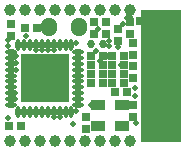
<source format=gts>
G04 Layer_Color=8388736*
%FSLAX25Y25*%
%MOIN*%
G70*
G01*
G75*
%ADD35R,0.13744X0.44409*%
%ADD36O,0.03800X0.01800*%
%ADD37O,0.01800X0.03800*%
%ADD38R,0.16154X0.16154*%
%ADD39O,0.02600X0.02800*%
%ADD40O,0.05300X0.06300*%
%ADD41R,0.02800X0.02600*%
%ADD42R,0.02600X0.02800*%
%ADD43R,0.04737X0.03556*%
%ADD44C,0.01587*%
G04:AMPARAMS|DCode=45|XSize=39.5mil|YSize=39.5mil|CornerRadius=19.75mil|HoleSize=0mil|Usage=FLASHONLY|Rotation=90.000|XOffset=0mil|YOffset=0mil|HoleType=Round|Shape=RoundedRectangle|*
%AMROUNDEDRECTD45*
21,1,0.03950,0.00000,0,0,90.0*
21,1,0.00000,0.03950,0,0,90.0*
1,1,0.03950,0.00000,0.00000*
1,1,0.03950,0.00000,0.00000*
1,1,0.03950,0.00000,0.00000*
1,1,0.03950,0.00000,0.00000*
%
%ADD45ROUNDEDRECTD45*%
%ADD46C,0.01981*%
%ADD47C,0.03800*%
D35*
X52872Y22091D02*
D03*
D36*
X2997Y30102D02*
D03*
Y28134D02*
D03*
Y26165D02*
D03*
Y24197D02*
D03*
Y22228D02*
D03*
Y20260D02*
D03*
Y18291D02*
D03*
Y16323D02*
D03*
Y14354D02*
D03*
Y12386D02*
D03*
X25397D02*
D03*
Y14354D02*
D03*
Y16323D02*
D03*
Y18291D02*
D03*
Y20260D02*
D03*
Y22228D02*
D03*
Y24197D02*
D03*
Y26165D02*
D03*
Y28134D02*
D03*
Y30102D02*
D03*
D37*
X5339Y10044D02*
D03*
X7307D02*
D03*
X9276D02*
D03*
X11244D02*
D03*
X13213D02*
D03*
X15181D02*
D03*
X17150D02*
D03*
X19118D02*
D03*
X21087D02*
D03*
X23055D02*
D03*
Y32444D02*
D03*
X21087D02*
D03*
X19118D02*
D03*
X17150D02*
D03*
X15181D02*
D03*
X13213D02*
D03*
X11244D02*
D03*
X9276D02*
D03*
X7307D02*
D03*
X5339D02*
D03*
D38*
X14197Y21244D02*
D03*
D39*
X33595Y32799D02*
D03*
X29594D02*
D03*
D40*
X25697Y38244D02*
D03*
X15697D02*
D03*
D41*
X43445Y29106D02*
D03*
Y33106D02*
D03*
X42697Y39957D02*
D03*
Y35957D02*
D03*
X43697Y25244D02*
D03*
Y21244D02*
D03*
X34689Y35957D02*
D03*
Y39957D02*
D03*
X2776Y35366D02*
D03*
Y39366D02*
D03*
X38681Y33595D02*
D03*
Y37595D02*
D03*
X30689Y39957D02*
D03*
Y35957D02*
D03*
X43697Y8244D02*
D03*
Y12244D02*
D03*
X27854Y4421D02*
D03*
Y8421D02*
D03*
D42*
X50012Y40240D02*
D03*
X46012D02*
D03*
X36697Y19744D02*
D03*
X40697D02*
D03*
Y25744D02*
D03*
X36697D02*
D03*
X7508Y38035D02*
D03*
X11508D02*
D03*
X33697Y25744D02*
D03*
X29697D02*
D03*
Y28744D02*
D03*
X33697D02*
D03*
X36697D02*
D03*
X40697D02*
D03*
X36697Y22744D02*
D03*
X40697D02*
D03*
X41705Y16736D02*
D03*
X37705D02*
D03*
X29697Y19744D02*
D03*
X33697D02*
D03*
X29697Y22744D02*
D03*
X33697D02*
D03*
X6197Y5244D02*
D03*
X2197D02*
D03*
D43*
X31768Y12323D02*
D03*
X39768D02*
D03*
Y5323D02*
D03*
X31768D02*
D03*
D44*
X49114Y39744D02*
D03*
Y40744D02*
D03*
D45*
X2697Y240D02*
D03*
X7697D02*
D03*
X12697D02*
D03*
X17697D02*
D03*
X22697D02*
D03*
X27697D02*
D03*
X32697D02*
D03*
X37697D02*
D03*
X42697D02*
D03*
Y44138D02*
D03*
X37697D02*
D03*
X32697D02*
D03*
X27697D02*
D03*
X22697D02*
D03*
X17697D02*
D03*
X12697D02*
D03*
X7697D02*
D03*
X2697D02*
D03*
D46*
X7776Y37642D02*
D03*
X44626Y6461D02*
D03*
X1831Y33980D02*
D03*
X40335Y39453D02*
D03*
X32618Y27169D02*
D03*
X35689Y32169D02*
D03*
X1831Y31972D02*
D03*
X39665Y25752D02*
D03*
X41476Y41539D02*
D03*
X44350Y15476D02*
D03*
X32185Y12405D02*
D03*
X44311Y18075D02*
D03*
X35689Y33626D02*
D03*
X29705Y12484D02*
D03*
X6177Y5197D02*
D03*
X35177Y28705D02*
D03*
X31949Y37752D02*
D03*
X42697Y41579D02*
D03*
X19114Y8350D02*
D03*
X17146Y8272D02*
D03*
X23681Y5988D02*
D03*
X4311Y14374D02*
D03*
X4350Y16342D02*
D03*
X11201Y30870D02*
D03*
X13209Y30831D02*
D03*
X15138Y30791D02*
D03*
X17185Y30752D02*
D03*
X24587Y10437D02*
D03*
X4587Y26382D02*
D03*
Y28705D02*
D03*
X1831Y7917D02*
D03*
X4626Y24177D02*
D03*
X24468Y33075D02*
D03*
X7815Y35398D02*
D03*
X31161Y30398D02*
D03*
X38681Y31854D02*
D03*
D47*
X10937Y24976D02*
D03*
Y20976D02*
D03*
X18937Y24976D02*
D03*
X14937D02*
D03*
X18937Y20976D02*
D03*
X10937Y16976D02*
D03*
X14937Y20976D02*
D03*
X18937Y16976D02*
D03*
X14937D02*
D03*
M02*

</source>
